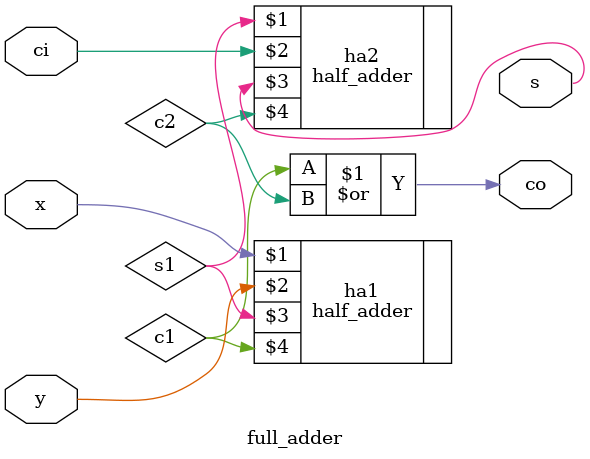
<source format=sv>
module full_adder(input ci,input x,input y,output s,output co);


wire c1,s1,c2;

half_adder ha1(x,y,s1,c1);
half_adder ha2(s1,ci,s,c2);
or or1(co,c1,c2);

endmodule


</source>
